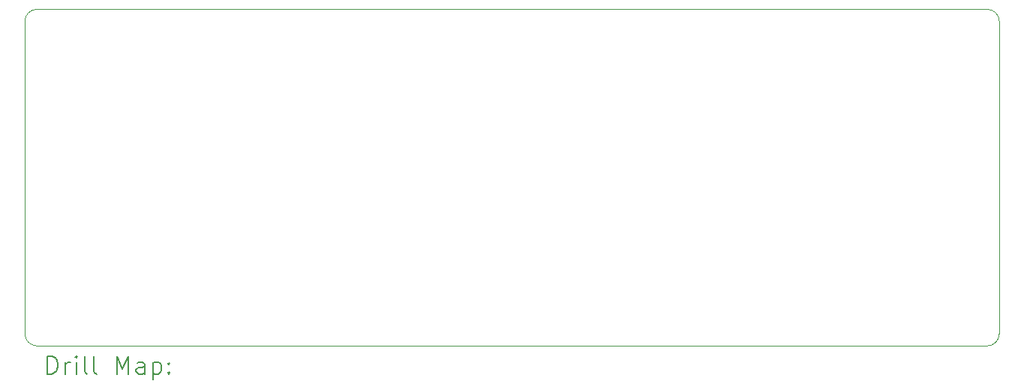
<source format=gbr>
%TF.GenerationSoftware,KiCad,Pcbnew,7.0.10*%
%TF.CreationDate,2024-01-06T13:18:43+01:00*%
%TF.ProjectId,p2000t-ram-expansion-board-smd,70323030-3074-42d7-9261-6d2d65787061,rev?*%
%TF.SameCoordinates,Original*%
%TF.FileFunction,Drillmap*%
%TF.FilePolarity,Positive*%
%FSLAX45Y45*%
G04 Gerber Fmt 4.5, Leading zero omitted, Abs format (unit mm)*
G04 Created by KiCad (PCBNEW 7.0.10) date 2024-01-06 13:18:43*
%MOMM*%
%LPD*%
G01*
G04 APERTURE LIST*
%ADD10C,0.100000*%
%ADD11C,0.200000*%
G04 APERTURE END LIST*
D10*
X2133600Y-5196840D02*
G75*
G03*
X1996440Y-5334000I0J-137160D01*
G01*
X2133600Y-8996680D02*
X12857480Y-8996680D01*
X12994640Y-5334000D02*
G75*
G03*
X12857480Y-5196840I-137160J0D01*
G01*
X12994640Y-8859520D02*
X12994640Y-5334000D01*
X12857480Y-8996680D02*
G75*
G03*
X12994640Y-8859520I0J137160D01*
G01*
X1996440Y-8859520D02*
X1996440Y-5334000D01*
X1996440Y-8859520D02*
G75*
G03*
X2133600Y-8996680I137160J0D01*
G01*
X12857480Y-5196840D02*
X2133600Y-5196840D01*
D11*
X2252217Y-9313164D02*
X2252217Y-9113164D01*
X2252217Y-9113164D02*
X2299836Y-9113164D01*
X2299836Y-9113164D02*
X2328407Y-9122688D01*
X2328407Y-9122688D02*
X2347455Y-9141735D01*
X2347455Y-9141735D02*
X2356979Y-9160783D01*
X2356979Y-9160783D02*
X2366503Y-9198878D01*
X2366503Y-9198878D02*
X2366503Y-9227450D01*
X2366503Y-9227450D02*
X2356979Y-9265545D01*
X2356979Y-9265545D02*
X2347455Y-9284592D01*
X2347455Y-9284592D02*
X2328407Y-9303640D01*
X2328407Y-9303640D02*
X2299836Y-9313164D01*
X2299836Y-9313164D02*
X2252217Y-9313164D01*
X2452217Y-9313164D02*
X2452217Y-9179830D01*
X2452217Y-9217926D02*
X2461741Y-9198878D01*
X2461741Y-9198878D02*
X2471264Y-9189354D01*
X2471264Y-9189354D02*
X2490312Y-9179830D01*
X2490312Y-9179830D02*
X2509360Y-9179830D01*
X2576026Y-9313164D02*
X2576026Y-9179830D01*
X2576026Y-9113164D02*
X2566503Y-9122688D01*
X2566503Y-9122688D02*
X2576026Y-9132211D01*
X2576026Y-9132211D02*
X2585550Y-9122688D01*
X2585550Y-9122688D02*
X2576026Y-9113164D01*
X2576026Y-9113164D02*
X2576026Y-9132211D01*
X2699836Y-9313164D02*
X2680788Y-9303640D01*
X2680788Y-9303640D02*
X2671264Y-9284592D01*
X2671264Y-9284592D02*
X2671264Y-9113164D01*
X2804598Y-9313164D02*
X2785550Y-9303640D01*
X2785550Y-9303640D02*
X2776026Y-9284592D01*
X2776026Y-9284592D02*
X2776026Y-9113164D01*
X3033169Y-9313164D02*
X3033169Y-9113164D01*
X3033169Y-9113164D02*
X3099836Y-9256021D01*
X3099836Y-9256021D02*
X3166502Y-9113164D01*
X3166502Y-9113164D02*
X3166502Y-9313164D01*
X3347455Y-9313164D02*
X3347455Y-9208402D01*
X3347455Y-9208402D02*
X3337931Y-9189354D01*
X3337931Y-9189354D02*
X3318883Y-9179830D01*
X3318883Y-9179830D02*
X3280788Y-9179830D01*
X3280788Y-9179830D02*
X3261741Y-9189354D01*
X3347455Y-9303640D02*
X3328407Y-9313164D01*
X3328407Y-9313164D02*
X3280788Y-9313164D01*
X3280788Y-9313164D02*
X3261741Y-9303640D01*
X3261741Y-9303640D02*
X3252217Y-9284592D01*
X3252217Y-9284592D02*
X3252217Y-9265545D01*
X3252217Y-9265545D02*
X3261741Y-9246497D01*
X3261741Y-9246497D02*
X3280788Y-9236973D01*
X3280788Y-9236973D02*
X3328407Y-9236973D01*
X3328407Y-9236973D02*
X3347455Y-9227450D01*
X3442693Y-9179830D02*
X3442693Y-9379830D01*
X3442693Y-9189354D02*
X3461741Y-9179830D01*
X3461741Y-9179830D02*
X3499836Y-9179830D01*
X3499836Y-9179830D02*
X3518883Y-9189354D01*
X3518883Y-9189354D02*
X3528407Y-9198878D01*
X3528407Y-9198878D02*
X3537931Y-9217926D01*
X3537931Y-9217926D02*
X3537931Y-9275069D01*
X3537931Y-9275069D02*
X3528407Y-9294116D01*
X3528407Y-9294116D02*
X3518883Y-9303640D01*
X3518883Y-9303640D02*
X3499836Y-9313164D01*
X3499836Y-9313164D02*
X3461741Y-9313164D01*
X3461741Y-9313164D02*
X3442693Y-9303640D01*
X3623645Y-9294116D02*
X3633169Y-9303640D01*
X3633169Y-9303640D02*
X3623645Y-9313164D01*
X3623645Y-9313164D02*
X3614122Y-9303640D01*
X3614122Y-9303640D02*
X3623645Y-9294116D01*
X3623645Y-9294116D02*
X3623645Y-9313164D01*
X3623645Y-9189354D02*
X3633169Y-9198878D01*
X3633169Y-9198878D02*
X3623645Y-9208402D01*
X3623645Y-9208402D02*
X3614122Y-9198878D01*
X3614122Y-9198878D02*
X3623645Y-9189354D01*
X3623645Y-9189354D02*
X3623645Y-9208402D01*
M02*

</source>
